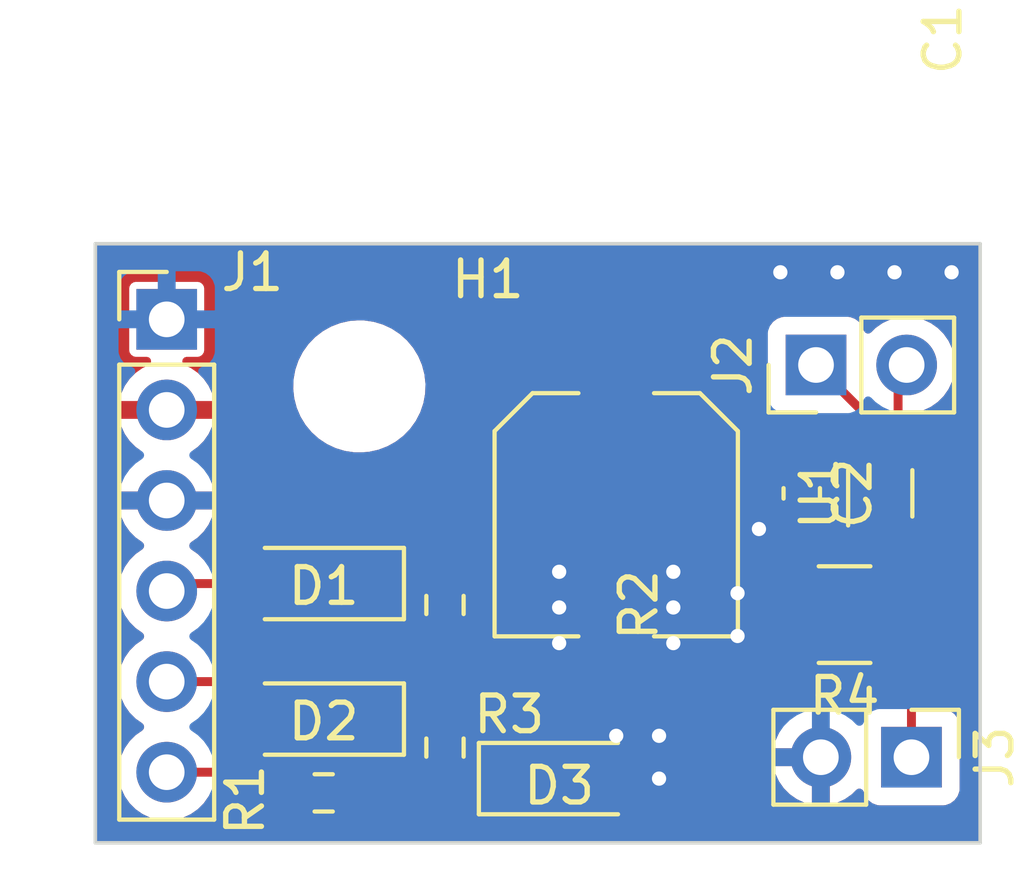
<source format=kicad_pcb>
(kicad_pcb (version 20221018) (generator pcbnew)
  (layers (0 "F.Cu" signal) (31 "B.Cu" signal) (34 "B.Paste" user) (35 "F.Paste" user) (36 "B.SilkS" user "B.Silkscreen") (37 "F.SilkS" user "F.Silkscreen") (38 "B.Mask" user) (39 "F.Mask" user) (44 "Edge.Cuts" user))
  (net 0 "")
  (net 1 "Vdrive")
  (net 2 "GND")
  (net 3 "/in1")
  (net 4 "/in1_mcu")
  (net 5 "/in2")
  (net 6 "/in2_mcu")
  (net 7 "/imotor")
  (net 8 "/imotor_prot")
  (net 9 "Net-(J2-Pin_1)")
  (net 10 "Net-(J2-Pin_2)")
  (footprint "Connector_PinHeader_2.54mm:PinHeader_1x02_P2.54mm_Vertical" (layer "F.Cu") (at 119.075 49.6 -90)
    (fp_text reference "J3" (at 0 -2.33 90) (layer "F.SilkS"))
    (fp_text value "MEAS")
    (fp_line (start -1.33 -1.33) (end 0 -1.33) (stroke (width 0.12)) (layer "F.SilkS"))
    (fp_line (start -1.33 0) (end -1.33 -1.33) (stroke (width 0.12)) (layer "F.SilkS"))
    (fp_line (start -1.33 1.27) (end -1.33 3.87) (stroke (width 0.12)) (layer "F.SilkS"))
    (fp_line (start -1.33 1.27) (end 1.33 1.27) (stroke (width 0.12)) (layer "F.SilkS"))
    (fp_line (start -1.33 3.87) (end 1.33 3.87) (stroke (width 0.12)) (layer "F.SilkS"))
    (fp_line (start 1.33 1.27) (end 1.33 3.87) (stroke (width 0.12)) (layer "F.SilkS"))
    (pad "1" thru_hole rect (at 0 0 270) (size 1.7 1.7) (drill 1) (layers "*.Cu" "*.Mask") (net 7 "/imotor"))
    (pad "2" thru_hole oval (at 0 2.54 270) (size 1.7 1.7) (drill 1) (layers "*.Cu" "*.Mask") (net 2 "GND"))
  )
  (footprint "Connector_PinHeader_2.54mm:PinHeader_1x06_P2.54mm_Vertical" (layer "F.Cu") (at 98.2 37.32)
    (fp_text reference "J1" (at 2.4 -1.32) (layer "F.SilkS"))
    (fp_text value "Conn_01x06")
    (fp_line (start -1.33 -1.33) (end 0 -1.33) (stroke (width 0.12)) (layer "F.SilkS"))
    (fp_line (start -1.33 0) (end -1.33 -1.33) (stroke (width 0.12)) (layer "F.SilkS"))
    (fp_line (start -1.33 1.27) (end -1.33 14.03) (stroke (width 0.12)) (layer "F.SilkS"))
    (fp_line (start -1.33 1.27) (end 1.33 1.27) (stroke (width 0.12)) (layer "F.SilkS"))
    (fp_line (start -1.33 14.03) (end 1.33 14.03) (stroke (width 0.12)) (layer "F.SilkS"))
    (fp_line (start 1.33 1.27) (end 1.33 14.03) (stroke (width 0.12)) (layer "F.SilkS"))
    (pad "1" thru_hole rect (at 0 0) (size 1.7 1.7) (drill 1) (layers "*.Cu" "*.Mask") (net 2 "GND"))
    (pad "2" thru_hole oval (at 0 2.54) (size 1.7 1.7) (drill 1) (layers "*.Cu" "*.Mask") (net 1 "Vdrive"))
    (pad "3" thru_hole oval (at 0 5.08) (size 1.7 1.7) (drill 1) (layers "*.Cu" "*.Mask") (net 2 "GND"))
    (pad "4" thru_hole oval (at 0 7.62) (size 1.7 1.7) (drill 1) (layers "*.Cu" "*.Mask") (net 4 "/in1_mcu"))
    (pad "5" thru_hole oval (at 0 10.16) (size 1.7 1.7) (drill 1) (layers "*.Cu" "*.Mask") (net 6 "/in2_mcu"))
    (pad "6" thru_hole oval (at 0 12.7) (size 1.7 1.7) (drill 1) (layers "*.Cu" "*.Mask") (net 8 "/imotor_prot"))
  )
  (footprint "MountingHole:MountingHole_3.2mm_M3" (layer "F.Cu") (at 103.6 39.2)
    (fp_text reference "H1" (at 3.6 -3) (layer "F.SilkS"))
    (fp_text value "MountingHole")
    (pad "" np_thru_hole circle (at 0 0) (size 3.2 3.2) (drill 3.2) (layers "*.Cu" "*.Mask"))
  )
  (footprint "Diode_SMD:D_SOD-123" (layer "F.Cu") (at 102.6 48.53 180)
    (fp_text reference "D2" (at 0 -0.07) (layer "F.SilkS"))
    (fp_text value "D_Schottky")
    (fp_line (start -2.25 -1) (end -2.25 1) (stroke (width 0.12)) (layer "F.SilkS"))
    (fp_line (start -2.25 -1) (end 1.65 -1) (stroke (width 0.12)) (layer "F.SilkS"))
    (fp_line (start -2.25 1) (end 1.65 1) (stroke (width 0.12)) (layer "F.SilkS"))
    (pad "1" smd rect (at -1.65 0 180) (size 0.9 1.2) (layers "F.Cu" "F.Paste" "F.Mask") (net 5 "/in2"))
    (pad "2" smd rect (at 1.65 0 180) (size 0.9 1.2) (layers "F.Cu" "F.Paste" "F.Mask") (net 6 "/in2_mcu"))
  )
  (footprint "Package_TO_SOT_SMD:SOT-563" (layer "F.Cu") (at 118.2 42.2 90)
    (fp_text reference "U1" (at 0 -1.7 90) (layer "F.SilkS"))
    (fp_text value "DRV8220")
    (fp_line (start -0.9 -0.9) (end 0.65 -0.9) (stroke (width 0.12)) (layer "F.SilkS"))
    (fp_line (start 0.65 0.9) (end -0.65 0.9) (stroke (width 0.12)) (layer "F.SilkS"))
    (pad "1" smd rect (at -0.75 -0.5 90) (size 0.7 0.34) (layers "F.Cu" "F.Paste" "F.Mask") (net 3 "/in1"))
    (pad "2" smd rect (at -0.75 0 90) (size 0.7 0.34) (layers "F.Cu" "F.Paste" "F.Mask") (net 5 "/in2"))
    (pad "3" smd rect (at -0.75 0.5 90) (size 0.7 0.34) (layers "F.Cu" "F.Paste" "F.Mask") (net 7 "/imotor"))
    (pad "4" smd rect (at 0.75 0.5 90) (size 0.7 0.34) (layers "F.Cu" "F.Paste" "F.Mask") (net 10 "Net-(J2-Pin_2)"))
    (pad "5" smd rect (at 0.75 0 90) (size 0.7 0.34) (layers "F.Cu" "F.Paste" "F.Mask") (net 1 "Vdrive"))
    (pad "6" smd rect (at 0.75 -0.5 90) (size 0.7 0.34) (layers "F.Cu" "F.Paste" "F.Mask") (net 9 "Net-(J2-Pin_1)"))
  )
  (footprint "Resistor_SMD:R_1210_3225Metric_Pad1.30x2.65mm_HandSolder" (layer "F.Cu") (at 117.2 45.6 180)
    (fp_text reference "R4" (at 0 -2.28) (layer "F.SilkS"))
    (fp_text value "R")
    (fp_line (start -0.723737 -1.355) (end 0.723737 -1.355) (stroke (width 0.12)) (layer "F.SilkS"))
    (fp_line (start -0.723737 1.355) (end 0.723737 1.355) (stroke (width 0.12)) (layer "F.SilkS"))
    (pad "1" smd roundrect (at -1.55 0 180) (size 1.3 2.65) (layers "F.Cu" "F.Paste" "F.Mask") (roundrect_rratio 0.1923076923) (net 7 "/imotor"))
    (pad "2" smd roundrect (at 1.55 0 180) (size 1.3 2.65) (layers "F.Cu" "F.Paste" "F.Mask") (roundrect_rratio 0.1923076923) (net 2 "GND"))
  )
  (footprint "Diode_SMD:D_SOD-123" (layer "F.Cu") (at 102.6 44.73 180)
    (fp_text reference "D1" (at 0 -0.07) (layer "F.SilkS"))
    (fp_text value "D_Schottky")
    (fp_line (start -2.25 -1) (end -2.25 1) (stroke (width 0.12)) (layer "F.SilkS"))
    (fp_line (start -2.25 -1) (end 1.65 -1) (stroke (width 0.12)) (layer "F.SilkS"))
    (fp_line (start -2.25 1) (end 1.65 1) (stroke (width 0.12)) (layer "F.SilkS"))
    (pad "1" smd rect (at -1.65 0 180) (size 0.9 1.2) (layers "F.Cu" "F.Paste" "F.Mask") (net 3 "/in1"))
    (pad "2" smd rect (at 1.65 0 180) (size 0.9 1.2) (layers "F.Cu" "F.Paste" "F.Mask") (net 4 "/in1_mcu"))
  )
  (footprint "Resistor_SMD:R_0603_1608Metric_Pad0.98x0.95mm_HandSolder" (layer "F.Cu") (at 102.6 50.6)
    (fp_text reference "R1" (at -2.2 0.2 90) (layer "F.SilkS"))
    (fp_text value "1k")
    (fp_line (start -0.254724 -0.5225) (end 0.254724 -0.5225) (stroke (width 0.12)) (layer "F.SilkS"))
    (fp_line (start -0.254724 0.5225) (end 0.254724 0.5225) (stroke (width 0.12)) (layer "F.SilkS"))
    (pad "1" smd roundrect (at -0.9125 0) (size 0.975 0.95) (layers "F.Cu" "F.Paste" "F.Mask") (net 8 "/imotor_prot"))
    (pad "2" smd roundrect (at 0.9125 0) (size 0.975 0.95) (layers "F.Cu" "F.Paste" "F.Mask") (net 7 "/imotor"))
  )
  (footprint "Resistor_SMD:R_0603_1608Metric_Pad0.98x0.95mm_HandSolder" (layer "F.Cu") (at 106 45.33 -90)
    (fp_text reference "R2" (at 0 -5.43 90) (layer "F.SilkS"))
    (fp_text value "10k")
    (fp_line (start -0.254724 -0.5225) (end 0.254724 -0.5225) (stroke (width 0.12)) (layer "F.SilkS"))
    (fp_line (start -0.254724 0.5225) (end 0.254724 0.5225) (stroke (width 0.12)) (layer "F.SilkS"))
    (pad "1" smd roundrect (at -0.9125 0 270) (size 0.975 0.95) (layers "F.Cu" "F.Paste" "F.Mask") (net 3 "/in1"))
    (pad "2" smd roundrect (at 0.9125 0 270) (size 0.975 0.95) (layers "F.Cu" "F.Paste" "F.Mask") (net 7 "/imotor"))
  )
  (footprint "Connector_PinHeader_2.54mm:PinHeader_1x02_P2.54mm_Vertical" (layer "F.Cu") (at 116.4 38.6 90)
    (fp_text reference "J2" (at 0 -2.33 90) (layer "F.SilkS"))
    (fp_text value "MOTOR")
    (fp_line (start -1.33 -1.33) (end 0 -1.33) (stroke (width 0.12)) (layer "F.SilkS"))
    (fp_line (start -1.33 0) (end -1.33 -1.33) (stroke (width 0.12)) (layer "F.SilkS"))
    (fp_line (start -1.33 1.27) (end -1.33 3.87) (stroke (width 0.12)) (layer "F.SilkS"))
    (fp_line (start -1.33 1.27) (end 1.33 1.27) (stroke (width 0.12)) (layer "F.SilkS"))
    (fp_line (start -1.33 3.87) (end 1.33 3.87) (stroke (width 0.12)) (layer "F.SilkS"))
    (fp_line (start 1.33 1.27) (end 1.33 3.87) (stroke (width 0.12)) (layer "F.SilkS"))
    (pad "1" thru_hole rect (at 0 0 90) (size 1.7 1.7) (drill 1) (layers "*.Cu" "*.Mask") (net 9 "Net-(J2-Pin_1)"))
    (pad "2" thru_hole oval (at 0 2.54 90) (size 1.7 1.7) (drill 1) (layers "*.Cu" "*.Mask") (net 10 "Net-(J2-Pin_2)"))
  )
  (footprint "Resistor_SMD:R_0603_1608Metric_Pad0.98x0.95mm_HandSolder" (layer "F.Cu") (at 106 49.33 -90)
    (fp_text reference "R3" (at -0.93 -1.8 -180) (layer "F.SilkS"))
    (fp_text value "10k")
    (fp_line (start -0.254724 -0.5225) (end 0.254724 -0.5225) (stroke (width 0.12)) (layer "F.SilkS"))
    (fp_line (start -0.254724 0.5225) (end 0.254724 0.5225) (stroke (width 0.12)) (layer "F.SilkS"))
    (pad "1" smd roundrect (at -0.9125 0 270) (size 0.975 0.95) (layers "F.Cu" "F.Paste" "F.Mask") (net 5 "/in2"))
    (pad "2" smd roundrect (at 0.9125 0 270) (size 0.975 0.95) (layers "F.Cu" "F.Paste" "F.Mask") (net 7 "/imotor"))
  )
  (footprint "Capacitor_SMD:C_Elec_6.3x7.7" (layer "F.Cu") (at 110.8 42.8 -90)
    (fp_text reference "C1" (at -13.335 -9.15 90) (layer "F.SilkS"))
    (fp_text value "220µF")
    (fp_line (start -3.41 -2.345563) (end -3.41 -1.06) (stroke (width 0.12)) (layer "F.SilkS"))
    (fp_line (start -3.41 -2.345563) (end -2.345563 -3.41) (stroke (width 0.12)) (layer "F.SilkS"))
    (fp_line (start -3.41 2.345563) (end -3.41 1.06) (stroke (width 0.12)) (layer "F.SilkS"))
    (fp_line (start -3.41 2.345563) (end -2.345563 3.41) (stroke (width 0.12)) (layer "F.SilkS"))
    (fp_line (start -2.345563 -3.41) (end 3.41 -3.41) (stroke (width 0.12)) (layer "F.SilkS"))
    (fp_line (start -2.345563 3.41) (end 3.41 3.41) (stroke (width 0.12)) (layer "F.SilkS"))
    (fp_line (start 3.41 -3.41) (end 3.41 -1.06) (stroke (width 0.12)) (layer "F.SilkS"))
    (fp_line (start 3.41 3.41) (end 3.41 1.06) (stroke (width 0.12)) (layer "F.SilkS"))
    (pad "1" smd roundrect (at -2.5375 0 270) (size 3.325 1.6) (layers "F.Cu" "F.Paste" "F.Mask") (roundrect_rratio 0.15625) (net 1 "Vdrive"))
    (pad "2" smd roundrect (at 2.5375 0 270) (size 3.325 1.6) (layers "F.Cu" "F.Paste" "F.Mask") (roundrect_rratio 0.15625) (net 2 "GND"))
  )
  (footprint "Capacitor_SMD:C_0603_1608Metric_Pad1.08x0.95mm_HandSolder" (layer "F.Cu") (at 116 42.2 -90)
    (fp_text reference "C2" (at 0 -1.43 90) (layer "F.SilkS"))
    (fp_text value "100nF")
    (fp_line (start -0.146267 -0.51) (end 0.146267 -0.51) (stroke (width 0.12)) (layer "F.SilkS"))
    (fp_line (start -0.146267 0.51) (end 0.146267 0.51) (stroke (width 0.12)) (layer "F.SilkS"))
    (pad "1" smd roundrect (at -0.8625 0 270) (size 1.075 0.95) (layers "F.Cu" "F.Paste" "F.Mask") (net 1 "Vdrive"))
    (pad "2" smd roundrect (at 0.8625 0 270) (size 1.075 0.95) (layers "F.Cu" "F.Paste" "F.Mask") (net 2 "GND"))
  )
  (footprint "Diode_SMD:D_SOD-123" (layer "F.Cu") (at 109.2 50.2)
    (fp_text reference "D3" (at 0 0.2) (layer "F.SilkS"))
    (fp_text value "2.5V")
    (fp_line (start -2.25 -1) (end -2.25 1) (stroke (width 0.12)) (layer "F.SilkS"))
    (fp_line (start -2.25 -1) (end 1.65 -1) (stroke (width 0.12)) (layer "F.SilkS"))
    (fp_line (start -2.25 1) (end 1.65 1) (stroke (width 0.12)) (layer "F.SilkS"))
    (pad "1" smd rect (at -1.65 0) (size 0.9 1.2) (layers "F.Cu" "F.Paste" "F.Mask") (net 7 "/imotor"))
    (pad "2" smd rect (at 1.65 0) (size 0.9 1.2) (layers "F.Cu" "F.Paste" "F.Mask") (net 2 "GND"))
  )
  (gr_line (start 96.2 35.2) (end 121 35.2) (stroke (width 0.1)) (layer "Edge.Cuts"))
  (gr_line (start 121 52) (end 96.2 52) (stroke (width 0.1)) (layer "Edge.Cuts"))
  (gr_line (start 96.2 52) (end 96.2 35.2) (stroke (width 0.1)) (layer "Edge.Cuts"))
  (gr_line (start 121 35.2) (end 121 52) (stroke (width 0.1)) (layer "Edge.Cuts"))
  (segment (start 118.2 41.45) (end 118.2 42.12) (width 0.25) (layer "F.Cu") (net 1))
  (segment (start 118.12 42.2) (end 116.8625 42.2) (width 0.25) (layer "F.Cu") (net 1))
  (segment (start 118.2 42.12) (end 118.12 42.2) (width 0.25) (layer "F.Cu") (net 1))
  (segment (start 116.8625 42.2) (end 116 41.3375) (width 0.25) (layer "F.Cu") (net 1))
  (segment (start 114.8 43.2) (end 114.9375 43.0625) (width 0.5) (layer "F.Cu") (net 2))
  (segment (start 114.9375 43.0625) (end 116 43.0625) (width 0.5) (layer "F.Cu") (net 2))
  (via (at 112 50.2) (size 0.8) (drill 0.4) (layers "F.Cu" "B.Cu") (net 2))
  (via (at 109.2 46.4) (size 0.8) (drill 0.4) (layers "F.Cu" "B.Cu") (net 2))
  (via (at 109.2 44.4) (size 0.8) (drill 0.4) (layers "F.Cu" "B.Cu") (net 2))
  (via (at 114.8 43.2) (size 0.8) (drill 0.4) (layers "F.Cu" "B.Cu") (net 2))
  (via (at 112.4 44.4) (size 0.8) (drill 0.4) (layers "F.Cu" "B.Cu") (net 2))
  (via (at 120.2 36) (size 0.8) (drill 0.4) (layers "F.Cu" "B.Cu") (net 2))
  (via (at 112 49) (size 0.8) (drill 0.4) (layers "F.Cu" "B.Cu") (net 2))
  (via (at 117 36) (size 0.8) (drill 0.4) (layers "F.Cu" "B.Cu") (net 2))
  (via (at 115.4 36) (size 0.8) (drill 0.4) (layers "F.Cu" "B.Cu") (net 2))
  (via (at 118.6 36) (size 0.8) (drill 0.4) (layers "F.Cu" "B.Cu") (net 2))
  (via (at 114.2 46.2) (size 0.8) (drill 0.4) (layers "F.Cu" "B.Cu") (net 2))
  (via (at 112.4 46.4) (size 0.8) (drill 0.4) (layers "F.Cu" "B.Cu") (net 2))
  (via (at 109.2 45.4) (size 0.8) (drill 0.4) (layers "F.Cu" "B.Cu") (net 2))
  (via (at 110.8 49) (size 0.8) (drill 0.4) (layers "F.Cu" "B.Cu") (net 2))
  (via (at 112.4 45.4) (size 0.8) (drill 0.4) (layers "F.Cu" "B.Cu") (net 2))
  (via (at 114.2 45) (size 0.8) (drill 0.4) (layers "F.Cu" "B.Cu") (net 2))
  (segment (start 108.9575 47.375) (end 106 44.4175) (width 0.2) (layer "F.Cu") (net 3))
  (segment (start 116.984835 46.815165) (end 116.425 47.375) (width 0.2) (layer "F.Cu") (net 3))
  (segment (start 116.984835 44.178769) (end 116.984835 46.815165) (width 0.2) (layer "F.Cu") (net 3))
  (segment (start 117.7 43.463604) (end 116.984835 44.178769) (width 0.2) (layer "F.Cu") (net 3))
  (segment (start 117.7 42.95) (end 117.7 43.463604) (width 0.2) (layer "F.Cu") (net 3))
  (segment (start 104.25 44.73) (end 105.6875 44.73) (width 0.25) (layer "F.Cu") (net 3))
  (segment (start 105.6875 44.73) (end 106 44.4175) (width 0.25) (layer "F.Cu") (net 3))
  (segment (start 116.425 47.375) (end 108.9575 47.375) (width 0.2) (layer "F.Cu") (net 3))
  (segment (start 100.9 44.78) (end 100.95 44.73) (width 0.25) (layer "F.Cu") (net 4))
  (segment (start 100.95 44.73) (end 98.41 44.73) (width 0.25) (layer "F.Cu") (net 4))
  (segment (start 98.41 44.73) (end 98.2 44.94) (width 0.25) (layer "F.Cu") (net 4))
  (segment (start 118.2 43.6) (end 117.334835 44.465165) (width 0.2) (layer "F.Cu") (net 5))
  (segment (start 118.2 42.95) (end 118.2 43.6) (width 0.2) (layer "F.Cu") (net 5))
  (segment (start 117.334835 46.960139) (end 116.569974 47.725) (width 0.2) (layer "F.Cu") (net 5))
  (segment (start 104.25 48.53) (end 105.8875 48.53) (width 0.25) (layer "F.Cu") (net 5))
  (segment (start 117.334835 44.465165) (end 117.334835 46.960139) (width 0.2) (layer "F.Cu") (net 5))
  (segment (start 105.8875 48.53) (end 106 48.4175) (width 0.25) (layer "F.Cu") (net 5))
  (segment (start 106.6925 47.725) (end 106 48.4175) (width 0.2) (layer "F.Cu") (net 5))
  (segment (start 116.569974 47.725) (end 106.6925 47.725) (width 0.2) (layer "F.Cu") (net 5))
  (segment (start 100.95 48.53) (end 99.9 47.48) (width 0.25) (layer "F.Cu") (net 6))
  (segment (start 99.9 47.48) (end 98.2 47.48) (width 0.25) (layer "F.Cu") (net 6))
  (segment (start 106 46.2425) (end 104.8375 46.2425) (width 0.25) (layer "F.Cu") (net 7))
  (segment (start 104.8375 46.2425) (end 103.475 47.605) (width 0.25) (layer "F.Cu") (net 7))
  (segment (start 118.75 46.65) (end 118.75 46) (width 0.25) (layer "F.Cu") (net 7))
  (segment (start 118.7 42.95) (end 118.7 45.95) (width 0.25) (layer "F.Cu") (net 7))
  (segment (start 117.3 48.1) (end 118.75 46.65) (width 0.25) (layer "F.Cu") (net 7))
  (segment (start 103.5125 51.13) (end 103.5125 50.2425) (width 0.25) (layer "F.Cu") (net 7))
  (segment (start 107.5075 50.2425) (end 107.55 50.2) (width 0.25) (layer "F.Cu") (net 7))
  (segment (start 103.475 47.605) (end 103.475 51.0925) (width 0.25) (layer "F.Cu") (net 7))
  (segment (start 103.475 51.0925) (end 103.5125 51.13) (width 0.25) (layer "F.Cu") (net 7))
  (segment (start 119.075 46.325) (end 119.075 49.6) (width 0.25) (layer "F.Cu") (net 7))
  (segment (start 109.55 48.1) (end 117.3 48.1) (width 0.25) (layer "F.Cu") (net 7))
  (segment (start 106 50.2425) (end 107.5075 50.2425) (width 0.25) (layer "F.Cu") (net 7))
  (segment (start 118.75 46) (end 119.075 46.325) (width 0.25) (layer "F.Cu") (net 7))
  (segment (start 103.5125 50.2425) (end 106 50.2425) (width 0.25) (layer "F.Cu") (net 7))
  (segment (start 109.55 48.1) (end 107.55 50.1) (width 0.25) (layer "F.Cu") (net 7))
  (segment (start 107.55 50.1) (end 107.55 50.2) (width 0.25) (layer "F.Cu") (net 7))
  (segment (start 118.7 45.95) (end 118.95 46.2) (width 0.25) (layer "F.Cu") (net 7))
  (segment (start 98.2 50.02) (end 101.1075 50.02) (width 0.25) (layer "F.Cu") (net 8))
  (segment (start 101.1075 50.02) (end 101.6875 50.6) (width 0.25) (layer "F.Cu") (net 8))
  (segment (start 117.7 39.9) (end 116.4 38.6) (width 0.25) (layer "F.Cu") (net 9))
  (segment (start 117.7 41.45) (end 117.7 39.9) (width 0.25) (layer "F.Cu") (net 9))
  (segment (start 118.7 41.45) (end 118.7 38.84) (width 0.25) (layer "F.Cu") (net 10))
  (segment (start 118.7 38.84) (end 118.94 38.6) (width 0.25) (layer "F.Cu") (net 10))
  (zone (net 1) (net_name "Vdrive") (layer "F.Cu") (priority 2) (connect_pads (clearance 0.2)) (min_thickness 0.25) (fill yes (thermal_gap 0.5) (thermal_bridge_width 0.5))
    (polygon (pts (xy 96.2 35.2) (xy 114.4 35.2) (xy 114.4 40.4) (xy 118.4 40.4) (xy 118.4 42.6) (xy 112.4 42.6) (xy 111.8 43.2) (xy 100.4 43.2) (xy 100.4 41.2) (xy 96.2 41.2)))
  )
  (zone (net 2) (net_name "GND") (layer "F.Cu") (priority 1) (connect_pads (clearance 0.5)) (min_thickness 0.25) (fill yes (thermal_gap 0.5) (thermal_bridge_width 0.5))
    (polygon (pts (xy 96.2 52) (xy 121 52) (xy 121 35.2) (xy 96.2 35.2)))
  )
  (zone (net 2) (net_name "GND") (layer "B.Cu") (connect_pads (clearance 0.5)) (min_thickness 0.25) (fill yes (thermal_gap 0.5) (thermal_bridge_width 0.5))
    (polygon (pts (xy 96.2 35.2) (xy 121 35.2) (xy 121 52) (xy 96.2 52)))
  )
)
</source>
